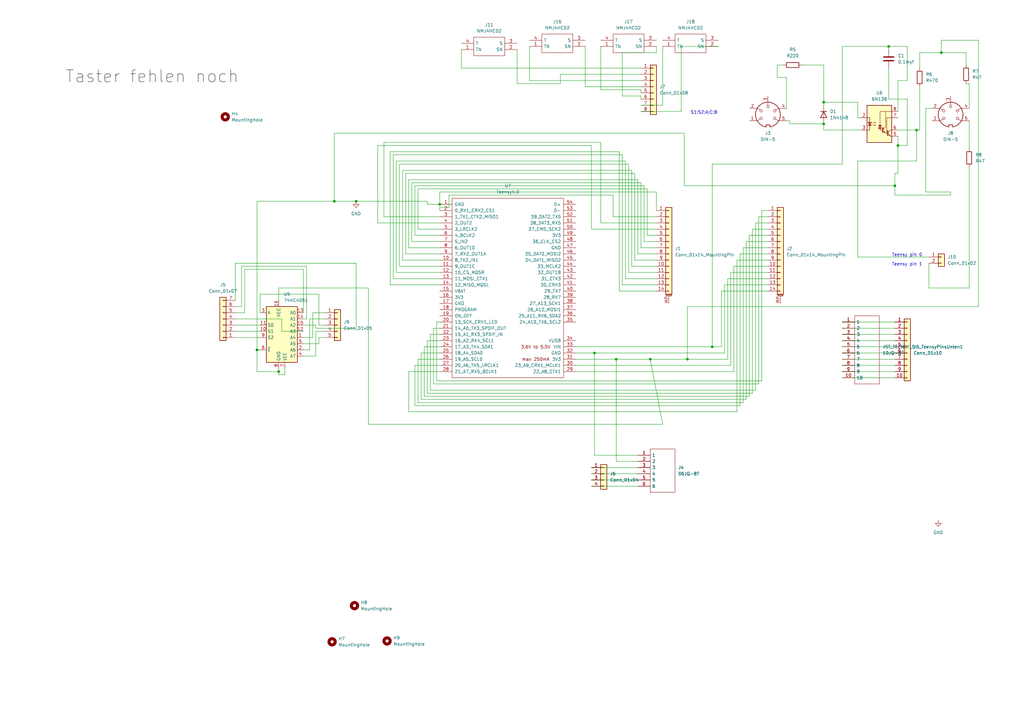
<source format=kicad_sch>
(kicad_sch (version 20211123) (generator eeschema)
  (paper "A3")
  (lib_symbols
    (symbol "06JQ-BT:06JQ-BT" (pin_names (offset 0.762))
      (property "Reference" "J" (at 16.51 7.62 0))
      (property "Value" "06JQ-BT" (at 16.51 5.08 0))
      (symbol "06JQ-BT_0_0"
        (pin passive line (at 0 0 0) (length 5.08) (name "1") (number "1"))
        (pin passive line (at 0 -2.54 0) (length 5.08) (name "2") (number "2"))
        (pin passive line (at 0 -5.08 0) (length 5.08) (name "3") (number "3"))
        (pin passive line (at 0 -7.62 0) (length 5.08) (name "4") (number "4"))
        (pin passive line (at 0 -10.16 0) (length 5.08) (name "5") (number "5"))
        (pin passive line (at 0 -12.7 0) (length 5.08) (name "6") (number "6"))
      )
      (symbol "06JQ-BT_0_1"
        (polyline (pts (xy 5.08 2.54) (xy 15.24 2.54) (xy 15.24 -15.24) (xy 5.08 -15.24) (xy 5.08 2.54)) (stroke (width 0.1524)))
      )
    )
    (symbol "10JQ-BT:10JQ-BT" (pin_names (offset 0.762))
      (property "Reference" "J" (at 16.51 7.62 0))
      (property "Value" "10JQ-BT" (at 16.51 5.08 0))
      (symbol "10JQ-BT_0_0"
        (pin passive line (at 0 0 0) (length 5.08) (name "1") (number "1"))
        (pin passive line (at 0 -22.86 0) (length 5.08) (name "10") (number "10"))
        (pin passive line (at 0 -2.54 0) (length 5.08) (name "2") (number "2"))
        (pin passive line (at 0 -5.08 0) (length 5.08) (name "3") (number "3"))
        (pin passive line (at 0 -7.62 0) (length 5.08) (name "4") (number "4"))
        (pin passive line (at 0 -10.16 0) (length 5.08) (name "5") (number "5"))
        (pin passive line (at 0 -12.7 0) (length 5.08) (name "6") (number "6"))
        (pin passive line (at 0 -15.24 0) (length 5.08) (name "7") (number "7"))
        (pin passive line (at 0 -17.78 0) (length 5.08) (name "8") (number "8"))
        (pin passive line (at 0 -20.32 0) (length 5.08) (name "9") (number "9"))
      )
      (symbol "10JQ-BT_0_1"
        (polyline (pts (xy 5.08 2.54) (xy 15.24 2.54) (xy 15.24 -25.4) (xy 5.08 -25.4) (xy 5.08 2.54)) (stroke (width 0.1524)))
      )
    )
    (symbol "74xx:74HC4051"
      (property "Reference" "U" (at -5.08 11.43 0))
      (property "Value" "74HC4051" (at -7.62 -13.97 0))
      (symbol "74HC4051_0_1"
        (rectangle (start -5.08 10.16) (end 7.62 -12.7) (stroke (width 0.254)) (fill (type background)))
      )
      (symbol "74HC4051_1_1"
        (pin passive line (at 10.16 -2.54 180) (length 2.54) (name "A4") (number "1"))
        (pin input line (at -7.62 0 0) (length 2.54) (name "S1") (number "10"))
        (pin input line (at -7.62 2.54 0) (length 2.54) (name "S0") (number "11"))
        (pin passive line (at 10.16 0 180) (length 2.54) (name "A3") (number "12"))
        (pin passive line (at 10.16 7.62 180) (length 2.54) (name "A0") (number "13"))
        (pin passive line (at 10.16 5.08 180) (length 2.54) (name "A1") (number "14"))
        (pin passive line (at 10.16 2.54 180) (length 2.54) (name "A2") (number "15"))
        (pin power_in line (at 0 12.7 270) (length 2.54) (name "VCC") (number "16"))
        (pin passive line (at 10.16 -7.62 180) (length 2.54) (name "A6") (number "2"))
        (pin passive line (at -7.62 7.62 0) (length 2.54) (name "A") (number "3"))
        (pin passive line (at 10.16 -10.16 180) (length 2.54) (name "A7") (number "4"))
        (pin passive line (at 10.16 -5.08 180) (length 2.54) (name "A5") (number "5"))
        (pin input line (at -7.62 -7.62 0) (length 2.54) (name "~{E}") (number "6"))
        (pin power_in line (at 2.54 -15.24 90) (length 2.54) (name "VEE") (number "7"))
        (pin power_in line (at 0 -15.24 90) (length 2.54) (name "GND") (number "8"))
        (pin input line (at -7.62 -2.54 0) (length 2.54) (name "S2") (number "9"))
      )
    )
    (symbol "Connector:DIN-5" (pin_names (offset 1.016))
      (property "Reference" "J" (at 3.175 5.715 0))
      (property "Value" "DIN-5" (at 0 -6.35 0))
      (symbol "DIN-5_0_1"
        (arc (start -5.08 0) (mid -3.8609 -3.3364) (end -0.762 -5.08) (stroke (width 0.254)))
        (circle (center -2.794 -1.524) (radius 0.508))
        (circle (center -2.794 1.524) (radius 0.508))
        (polyline (pts (xy 0 5.08) (xy 0 3.81)))
        (polyline (pts (xy -5.08 -2.54) (xy -4.318 -2.54) (xy -3.175 -1.905)))
        (polyline (pts (xy -5.08 2.54) (xy -4.318 2.54) (xy -3.175 1.905)))
        (polyline (pts (xy 5.08 -2.54) (xy 4.318 -2.54) (xy 3.175 -1.905)))
        (polyline (pts (xy 5.08 2.54) (xy 4.318 2.54) (xy 3.175 1.905)))
        (polyline (pts (xy -0.762 -4.953) (xy -0.762 -4.191) (xy 0.762 -4.191) (xy 0.762 -4.953)) (stroke (width 0.254)))
        (circle (center 0 3.302) (radius 0.508))
        (arc (start 0.762 -5.08) (mid 3.8685 -3.343) (end 5.08 0) (stroke (width 0.254)))
        (circle (center 2.794 -1.524) (radius 0.508))
        (circle (center 2.794 1.524) (radius 0.508))
        (arc (start 5.08 0) (mid 0 5.08) (end -5.08 0) (stroke (width 0.254)))
      )
      (symbol "DIN-5_1_1"
        (pin passive line (at -7.62 -2.54 0) (length 2.54) (name "~") (number "1"))
        (pin passive line (at -7.62 2.54 0) (length 2.54) (name "~") (number "2"))
        (pin passive line (at 0 7.62 270) (length 2.54) (name "~") (number "3"))
        (pin passive line (at 7.62 2.54 180) (length 2.54) (name "~") (number "4"))
        (pin passive line (at 7.62 -2.54 180) (length 2.54) (name "~") (number "5"))
      )
    )
    (symbol "Connector_Generic:Conn_01x02" (pin_names (offset 1.016) hide)
      (property "Reference" "J" (at 0 2.54 0))
      (property "Value" "Conn_01x02" (at 0 -5.08 0))
      (symbol "Conn_01x02_1_1"
        (rectangle (start -1.27 -2.413) (end 0 -2.667) (stroke (width 0.1524)))
        (rectangle (start -1.27 0.127) (end 0 -0.127) (stroke (width 0.1524)))
        (rectangle (start -1.27 1.27) (end 1.27 -3.81) (stroke (width 0.254)) (fill (type background)))
        (pin passive line (at -5.08 0 0) (length 3.81) (name "Pin_1") (number "1"))
        (pin passive line (at -5.08 -2.54 0) (length 3.81) (name "Pin_2") (number "2"))
      )
    )
    (symbol "Connector_Generic:Conn_01x04" (pin_names (offset 1.016) hide)
      (property "Reference" "J" (at 0 5.08 0))
      (property "Value" "Conn_01x04" (at 0 -7.62 0))
      (symbol "Conn_01x04_1_1"
        (rectangle (start -1.27 -4.953) (end 0 -5.207) (stroke (width 0.1524)))
        (rectangle (start -1.27 -2.413) (end 0 -2.667) (stroke (width 0.1524)))
        (rectangle (start -1.27 0.127) (end 0 -0.127) (stroke (width 0.1524)))
        (rectangle (start -1.27 2.667) (end 0 2.413) (stroke (width 0.1524)))
        (rectangle (start -1.27 3.81) (end 1.27 -6.35) (stroke (width 0.254)) (fill (type background)))
        (pin passive line (at -5.08 2.54 0) (length 3.81) (name "Pin_1") (number "1"))
        (pin passive line (at -5.08 0 0) (length 3.81) (name "Pin_2") (number "2"))
        (pin passive line (at -5.08 -2.54 0) (length 3.81) (name "Pin_3") (number "3"))
        (pin passive line (at -5.08 -5.08 0) (length 3.81) (name "Pin_4") (number "4"))
      )
    )
    (symbol "Connector_Generic:Conn_01x05" (pin_names (offset 1.016) hide)
      (property "Reference" "J" (at 0 7.62 0))
      (property "Value" "Conn_01x05" (at 0 -7.62 0))
      (symbol "Conn_01x05_1_1"
        (rectangle (start -1.27 -4.953) (end 0 -5.207) (stroke (width 0.1524)))
        (rectangle (start -1.27 -2.413) (end 0 -2.667) (stroke (width 0.1524)))
        (rectangle (start -1.27 0.127) (end 0 -0.127) (stroke (width 0.1524)))
        (rectangle (start -1.27 2.667) (end 0 2.413) (stroke (width 0.1524)))
        (rectangle (start -1.27 5.207) (end 0 4.953) (stroke (width 0.1524)))
        (rectangle (start -1.27 6.35) (end 1.27 -6.35) (stroke (width 0.254)) (fill (type background)))
        (pin passive line (at -5.08 5.08 0) (length 3.81) (name "Pin_1") (number "1"))
        (pin passive line (at -5.08 2.54 0) (length 3.81) (name "Pin_2") (number "2"))
        (pin passive line (at -5.08 0 0) (length 3.81) (name "Pin_3") (number "3"))
        (pin passive line (at -5.08 -2.54 0) (length 3.81) (name "Pin_4") (number "4"))
        (pin passive line (at -5.08 -5.08 0) (length 3.81) (name "Pin_5") (number "5"))
      )
    )
    (symbol "Connector_Generic:Conn_01x07" (pin_names (offset 1.016) hide)
      (property "Reference" "J" (at 0 10.16 0))
      (property "Value" "Conn_01x07" (at 0 -10.16 0))
      (symbol "Conn_01x07_1_1"
        (rectangle (start -1.27 -7.493) (end 0 -7.747) (stroke (width 0.1524)))
        (rectangle (start -1.27 -4.953) (end 0 -5.207) (stroke (width 0.1524)))
        (rectangle (start -1.27 -2.413) (end 0 -2.667) (stroke (width 0.1524)))
        (rectangle (start -1.27 0.127) (end 0 -0.127) (stroke (width 0.1524)))
        (rectangle (start -1.27 2.667) (end 0 2.413) (stroke (width 0.1524)))
        (rectangle (start -1.27 5.207) (end 0 4.953) (stroke (width 0.1524)))
        (rectangle (start -1.27 7.747) (end 0 7.493) (stroke (width 0.1524)))
        (rectangle (start -1.27 8.89) (end 1.27 -8.89) (stroke (width 0.254)) (fill (type background)))
        (pin passive line (at -5.08 7.62 0) (length 3.81) (name "Pin_1") (number "1"))
        (pin passive line (at -5.08 5.08 0) (length 3.81) (name "Pin_2") (number "2"))
        (pin passive line (at -5.08 2.54 0) (length 3.81) (name "Pin_3") (number "3"))
        (pin passive line (at -5.08 0 0) (length 3.81) (name "Pin_4") (number "4"))
        (pin passive line (at -5.08 -2.54 0) (length 3.81) (name "Pin_5") (number "5"))
        (pin passive line (at -5.08 -5.08 0) (length 3.81) (name "Pin_6") (number "6"))
        (pin passive line (at -5.08 -7.62 0) (length 3.81) (name "Pin_7") (number "7"))
      )
    )
    (symbol "Connector_Generic:Conn_01x08" (pin_names (offset 1.016) hide)
      (property "Reference" "J" (at 0 10.16 0))
      (property "Value" "Conn_01x08" (at 0 -12.7 0))
      (symbol "Conn_01x08_1_1"
        (rectangle (start -1.27 -10.033) (end 0 -10.287) (stroke (width 0.1524)))
        (rectangle (start -1.27 -7.493) (end 0 -7.747) (stroke (width 0.1524)))
        (rectangle (start -1.27 -4.953) (end 0 -5.207) (stroke (width 0.1524)))
        (rectangle (start -1.27 -2.413) (end 0 -2.667) (stroke (width 0.1524)))
        (rectangle (start -1.27 0.127) (end 0 -0.127) (stroke (width 0.1524)))
        (rectangle (start -1.27 2.667) (end 0 2.413) (stroke (width 0.1524)))
        (rectangle (start -1.27 5.207) (end 0 4.953) (stroke (width 0.1524)))
        (rectangle (start -1.27 7.747) (end 0 7.493) (stroke (width 0.1524)))
        (rectangle (start -1.27 8.89) (end 1.27 -11.43) (stroke (width 0.254)) (fill (type background)))
        (pin passive line (at -5.08 7.62 0) (length 3.81) (name "Pin_1") (number "1"))
        (pin passive line (at -5.08 5.08 0) (length 3.81) (name "Pin_2") (number "2"))
        (pin passive line (at -5.08 2.54 0) (length 3.81) (name "Pin_3") (number "3"))
        (pin passive line (at -5.08 0 0) (length 3.81) (name "Pin_4") (number "4"))
        (pin passive line (at -5.08 -2.54 0) (length 3.81) (name "Pin_5") (number "5"))
        (pin passive line (at -5.08 -5.08 0) (length 3.81) (name "Pin_6") (number "6"))
        (pin passive line (at -5.08 -7.62 0) (length 3.81) (name "Pin_7") (number "7"))
        (pin passive line (at -5.08 -10.16 0) (length 3.81) (name "Pin_8") (number "8"))
      )
    )
    (symbol "Connector_Generic:Conn_01x10" (pin_names (offset 1.016) hide)
      (property "Reference" "J" (at 0 12.7 0))
      (property "Value" "Conn_01x10" (at 0 -15.24 0))
      (symbol "Conn_01x10_1_1"
        (rectangle (start -1.27 -12.573) (end 0 -12.827) (stroke (width 0.1524)))
        (rectangle (start -1.27 -10.033) (end 0 -10.287) (stroke (width 0.1524)))
        (rectangle (start -1.27 -7.493) (end 0 -7.747) (stroke (width 0.1524)))
        (rectangle (start -1.27 -4.953) (end 0 -5.207) (stroke (width 0.1524)))
        (rectangle (start -1.27 -2.413) (end 0 -2.667) (stroke (width 0.1524)))
        (rectangle (start -1.27 0.127) (end 0 -0.127) (stroke (width 0.1524)))
        (rectangle (start -1.27 2.667) (end 0 2.413) (stroke (width 0.1524)))
        (rectangle (start -1.27 5.207) (end 0 4.953) (stroke (width 0.1524)))
        (rectangle (start -1.27 7.747) (end 0 7.493) (stroke (width 0.1524)))
        (rectangle (start -1.27 10.287) (end 0 10.033) (stroke (width 0.1524)))
        (rectangle (start -1.27 11.43) (end 1.27 -13.97) (stroke (width 0.254)) (fill (type background)))
        (pin passive line (at -5.08 10.16 0) (length 3.81) (name "Pin_1") (number "1"))
        (pin passive line (at -5.08 -12.7 0) (length 3.81) (name "Pin_10") (number "10"))
        (pin passive line (at -5.08 7.62 0) (length 3.81) (name "Pin_2") (number "2"))
        (pin passive line (at -5.08 5.08 0) (length 3.81) (name "Pin_3") (number "3"))
        (pin passive line (at -5.08 2.54 0) (length 3.81) (name "Pin_4") (number "4"))
        (pin passive line (at -5.08 0 0) (length 3.81) (name "Pin_5") (number "5"))
        (pin passive line (at -5.08 -2.54 0) (length 3.81) (name "Pin_6") (number "6"))
        (pin passive line (at -5.08 -5.08 0) (length 3.81) (name "Pin_7") (number "7"))
        (pin passive line (at -5.08 -7.62 0) (length 3.81) (name "Pin_8") (number "8"))
        (pin passive line (at -5.08 -10.16 0) (length 3.81) (name "Pin_9") (number "9"))
      )
    )
    (symbol "Connector_Generic_MountingPin:Conn_01x14_MountingPin" (pin_names (offset 1.016) hide)
      (property "Reference" "J" (at 0 17.78 0))
      (property "Value" "Conn_01x14_MountingPin" (at 1.27 -20.32 0))
      (symbol "Conn_01x14_MountingPin_1_1"
        (rectangle (start -1.27 -17.653) (end 0 -17.907) (stroke (width 0.1524)))
        (rectangle (start -1.27 -15.113) (end 0 -15.367) (stroke (width 0.1524)))
        (rectangle (start -1.27 -12.573) (end 0 -12.827) (stroke (width 0.1524)))
        (rectangle (start -1.27 -10.033) (end 0 -10.287) (stroke (width 0.1524)))
        (rectangle (start -1.27 -7.493) (end 0 -7.747) (stroke (width 0.1524)))
        (rectangle (start -1.27 -4.953) (end 0 -5.207) (stroke (width 0.1524)))
        (rectangle (start -1.27 -2.413) (end 0 -2.667) (stroke (width 0.1524)))
        (rectangle (start -1.27 0.127) (end 0 -0.127) (stroke (width 0.1524)))
        (rectangle (start -1.27 2.667) (end 0 2.413) (stroke (width 0.1524)))
        (rectangle (start -1.27 5.207) (end 0 4.953) (stroke (width 0.1524)))
        (rectangle (start -1.27 7.747) (end 0 7.493) (stroke (width 0.1524)))
        (rectangle (start -1.27 10.287) (end 0 10.033) (stroke (width 0.1524)))
        (rectangle (start -1.27 12.827) (end 0 12.573) (stroke (width 0.1524)))
        (rectangle (start -1.27 15.367) (end 0 15.113) (stroke (width 0.1524)))
        (rectangle (start -1.27 16.51) (end 1.27 -19.05) (stroke (width 0.254)) (fill (type background)))
        (polyline (pts (xy -1.016 -19.812) (xy 1.016 -19.812)) (stroke (width 0.1524)))
        (text "Mounting" (at 0 -19.431 0) (effects (font (size 0.381 0.381))))
        (pin passive line (at -5.08 15.24 0) (length 3.81) (name "Pin_1") (number "1"))
        (pin passive line (at -5.08 -7.62 0) (length 3.81) (name "Pin_10") (number "10"))
        (pin passive line (at -5.08 -10.16 0) (length 3.81) (name "Pin_11") (number "11"))
        (pin passive line (at -5.08 -12.7 0) (length 3.81) (name "Pin_12") (number "12"))
        (pin passive line (at -5.08 -15.24 0) (length 3.81) (name "Pin_13") (number "13"))
        (pin passive line (at -5.08 -17.78 0) (length 3.81) (name "Pin_14") (number "14"))
        (pin passive line (at -5.08 12.7 0) (length 3.81) (name "Pin_2") (number "2"))
        (pin passive line (at -5.08 10.16 0) (length 3.81) (name "Pin_3") (number "3"))
        (pin passive line (at -5.08 7.62 0) (length 3.81) (name "Pin_4") (number "4"))
        (pin passive line (at -5.08 5.08 0) (length 3.81) (name "Pin_5") (number "5"))
        (pin passive line (at -5.08 2.54 0) (length 3.81) (name "Pin_6") (number "6"))
        (pin passive line (at -5.08 0 0) (length 3.81) (name "Pin_7") (number "7"))
        (pin passive line (at -5.08 -2.54 0) (length 3.81) (name "Pin_8") (number "8"))
        (pin passive line (at -5.08 -5.08 0) (length 3.81) (name "Pin_9") (number "9"))
        (pin passive line (at 0 -22.86 90) (length 3.048) (name "MountPin") (number "MP"))
      )
    )
    (symbol "Device:C" (pin_numbers hide) (pin_names (offset 0.254))
      (property "Reference" "C" (at 0.635 2.54 0))
      (property "Value" "C" (at 0.635 -2.54 0))
      (symbol "C_0_1"
        (polyline (pts (xy -2.032 -0.762) (xy 2.032 -0.762)) (stroke (width 0.508)))
        (polyline (pts (xy -2.032 0.762) (xy 2.032 0.762)) (stroke (width 0.508)))
      )
      (symbol "C_1_1"
        (pin passive line (at 0 3.81 270) (length 2.794) (name "~") (number "1"))
        (pin passive line (at 0 -3.81 90) (length 2.794) (name "~") (number "2"))
      )
    )
    (symbol "Device:R" (pin_numbers hide) (pin_names (offset 0))
      (property "Reference" "R" (at 2.032 0 90))
      (property "Value" "R" (at 0 0 90))
      (symbol "R_0_1"
        (rectangle (start -1.016 -2.54) (end 1.016 2.54) (stroke (width 0.254)))
      )
      (symbol "R_1_1"
        (pin passive line (at 0 3.81 270) (length 1.27) (name "~") (number "1"))
        (pin passive line (at 0 -3.81 90) (length 1.27) (name "~") (number "2"))
      )
    )
    (symbol "Diode:1N4148" (pin_numbers hide) (pin_names (offset 1.016) hide)
      (property "Reference" "D" (at 0 2.54 0))
      (property "Value" "1N4148" (at 0 -2.54 0))
      (symbol "1N4148_0_1"
        (polyline (pts (xy -1.27 1.27) (xy -1.27 -1.27)) (stroke (width 0.254)))
        (polyline (pts (xy 1.27 0) (xy -1.27 0)))
        (polyline (pts (xy 1.27 1.27) (xy 1.27 -1.27) (xy -1.27 0) (xy 1.27 1.27)) (stroke (width 0.254)))
      )
      (symbol "1N4148_1_1"
        (pin passive line (at -3.81 0 0) (length 2.54) (name "K") (number "1"))
        (pin passive line (at 3.81 0 180) (length 2.54) (name "A") (number "2"))
      )
    )
    (symbol "Isolator:6N138" (pin_names (offset 1.016) hide)
      (property "Reference" "U" (at -4.064 8.89 0))
      (property "Value" "6N138" (at 2.286 8.89 0))
      (symbol "6N138_0_1"
        (rectangle (start -5.08 7.62) (end 5.08 -7.62) (stroke (width 0.254)) (fill (type background)))
        (polyline (pts (xy -4.572 -0.635) (xy -3.302 -0.635)) (stroke (width 0.254)))
        (polyline (pts (xy 0.889 -0.635) (xy -0.381 -0.635)) (stroke (width 0.254)))
        (polyline (pts (xy 1.397 -2.667) (xy 2.54 -3.81)))
        (polyline (pts (xy 1.397 -2.413) (xy 2.54 -1.27)))
        (polyline (pts (xy 2.54 -3.81) (xy 3.175 -3.81)))
        (polyline (pts (xy 3.429 -3.937) (xy 4.572 -5.08)))
        (polyline (pts (xy 3.429 -3.683) (xy 4.572 -2.54)))
        (polyline (pts (xy 4.572 -5.08) (xy 5.08 -5.08)))
        (polyline (pts (xy 4.572 -2.54) (xy 5.08 -2.54)))
        (polyline (pts (xy 1.397 -1.524) (xy 1.397 -3.556) (xy 1.397 -3.556)) (stroke (width 0.3556)))
        (polyline (pts (xy 2.54 -1.27) (xy 2.54 5.08) (xy 5.08 5.08)))
        (polyline (pts (xy 3.429 -2.794) (xy 3.429 -4.826) (xy 3.429 -4.826)) (stroke (width 0.3556)))
        (polyline (pts (xy 5.08 2.54) (xy 3.048 2.54) (xy 3.048 -3.81)))
        (polyline (pts (xy -5.08 -2.54) (xy -3.937 -2.54) (xy -3.937 2.54) (xy -5.08 2.54)))
        (polyline (pts (xy -3.937 -0.635) (xy -4.572 0.635) (xy -3.302 0.635) (xy -3.937 -0.635)) (stroke (width 0.254)))
        (polyline (pts (xy 0.254 -0.635) (xy 0.889 -1.905) (xy -0.381 -1.905) (xy 0.254 -0.635)) (stroke (width 0.254)))
        (polyline (pts (xy 1.27 -2.54) (xy 0.254 -2.54) (xy 0.254 5.08) (xy 2.54 5.08)))
        (polyline (pts (xy 2.413 -3.683) (xy 2.159 -3.175) (xy 1.905 -3.429) (xy 2.413 -3.683)))
        (polyline (pts (xy 4.445 -4.953) (xy 4.191 -4.445) (xy 3.937 -4.699) (xy 4.445 -4.953)))
        (polyline (pts (xy -2.794 -0.508) (xy -1.524 -0.508) (xy -1.905 -0.635) (xy -1.905 -0.381) (xy -1.524 -0.508)))
        (polyline (pts (xy -2.794 0.508) (xy -1.524 0.508) (xy -1.905 0.381) (xy -1.905 0.635) (xy -1.524 0.508)))
      )
      (symbol "6N138_1_1"
        (pin no_connect line (at -5.08 5.08 0) (length 2.54) hide (name "NC") (number "1"))
        (pin passive line (at -7.62 2.54 0) (length 2.54) (name "C1") (number "2"))
        (pin passive line (at -7.62 -2.54 0) (length 2.54) (name "C2") (number "3"))
        (pin no_connect line (at -5.08 -5.08 0) (length 2.54) hide (name "NC") (number "4"))
        (pin passive line (at 7.62 -5.08 180) (length 2.54) (name "GND") (number "5"))
        (pin passive line (at 7.62 -2.54 180) (length 2.54) (name "VO2") (number "6"))
        (pin passive line (at 7.62 2.54 180) (length 2.54) (name "VO1") (number "7"))
        (pin passive line (at 7.62 5.08 180) (length 2.54) (name "VCC") (number "8"))
      )
    )
    (symbol "Mechanical:MountingHole" (pin_names (offset 1.016))
      (property "Reference" "H" (at 0 5.08 0))
      (property "Value" "MountingHole" (at 0 3.175 0))
      (symbol "MountingHole_0_1"
        (circle (center 0 0) (radius 1.27) (stroke (width 1.27)))
      )
    )
    (symbol "SamacSys_Parts:NMJ4HCD2" (pin_names (offset 0.762))
      (property "Reference" "J" (at 19.05 7.62 0))
      (property "Value" "NMJ4HCD2" (at 19.05 5.08 0))
      (symbol "NMJ4HCD2_0_0"
        (pin passive line (at 0 -2.54 0) (length 5.08) (name "TN") (number "1"))
        (pin passive line (at 22.86 -2.54 180) (length 5.08) (name "SN") (number "2"))
        (pin passive line (at 22.86 0 180) (length 5.08) (name "S") (number "3"))
        (pin passive line (at 0 0 0) (length 5.08) (name "T") (number "4"))
      )
      (symbol "NMJ4HCD2_0_1"
        (polyline (pts (xy 5.08 2.54) (xy 17.78 2.54) (xy 17.78 -5.08) (xy 5.08 -5.08) (xy 5.08 2.54)) (stroke (width 0.1524)))
      )
    )
    (symbol "power:GND" (power) (pin_names (offset 0))
      (property "Value" "GND" (at 0 -3.81 0))
      (symbol "GND_0_1"
        (polyline (pts (xy 0 0) (xy 0 -1.27) (xy 1.27 -1.27) (xy 0 -2.54) (xy -1.27 -1.27) (xy 0 -1.27)))
      )
      (symbol "GND_1_1"
        (pin power_in line (at 0 0 270) (length 0) hide (name "GND") (number "1"))
      )
    )
    (symbol "teensy:Teensy4.0" (pin_names (offset 1.016))
      (property "Reference" "U=3.3v" (at 0 41.91 0))
      (property "Value" "Teensy4.0" (at 0 39.37 0))
      (symbol "Teensy4.0_0_0"
        (text "3.6V to 5.5V" (at 11.43 -24.13 0) (effects (font (size 1.27 1.27))))
        (text "max 250mA" (at 11.43 -29.21 0) (effects (font (size 1.27 1.27))))
        (pin bidirectional line (at -27.94 11.43 0) (length 5.08) (name "8_TX2_IN1") (number "10"))
        (pin bidirectional line (at -27.94 8.89 0) (length 5.08) (name "9_OUT1C") (number "11"))
        (pin bidirectional line (at -27.94 6.35 0) (length 5.08) (name "10_CS_MQSR") (number "12"))
        (pin bidirectional line (at -27.94 3.81 0) (length 5.08) (name "11_MOSI_CTX1") (number "13"))
        (pin bidirectional line (at -27.94 1.27 0) (length 5.08) (name "12_MISO_MQSL") (number "14"))
        (pin power_in line (at -27.94 -1.27 0) (length 5.08) (name "VBAT") (number "15"))
        (pin power_in line (at -27.94 -3.81 0) (length 5.08) (name "3V3") (number "16"))
        (pin power_in line (at -27.94 -6.35 0) (length 5.08) (name "GND") (number "17"))
        (pin input line (at -27.94 -8.89 0) (length 5.08) (name "PROGRAM") (number "18"))
        (pin input line (at -27.94 -11.43 0) (length 5.08) (name "ON_OFF") (number "19"))
        (pin bidirectional line (at -27.94 -13.97 0) (length 5.08) (name "13_SCK_CRX1_LED") (number "20"))
        (pin bidirectional line (at -27.94 -16.51 0) (length 5.08) (name "14_A0_TX3_SPDIF_OUT") (number "21"))
        (pin bidirectional line (at -27.94 -19.05 0) (length 5.08) (name "15_A1_RX3_SPDIF_IN") (number "22"))
        (pin bidirectional line (at -27.94 -21.59 0) (length 5.08) (name "16_A2_RX4_SCL1") (number "23"))
        (pin bidirectional line (at -27.94 -24.13 0) (length 5.08) (name "17_A3_TX4_SDA1") (number "24"))
        (pin bidirectional line (at -27.94 -26.67 0) (length 5.08) (name "18_A4_SDA0") (number "25"))
        (pin bidirectional line (at -27.94 -29.21 0) (length 5.08) (name "19_A5_SCL0") (number "26"))
        (pin bidirectional line (at -27.94 -31.75 0) (length 5.08) (name "20_A6_TX5_LRCLK1") (number "27"))
        (pin bidirectional line (at -27.94 -34.29 0) (length 5.08) (name "21_A7_RX5_BCLK1") (number "28"))
        (pin bidirectional line (at 27.94 -34.29 180) (length 5.08) (name "22_A8_CTX1") (number "29"))
        (pin bidirectional line (at 27.94 -31.75 180) (length 5.08) (name "23_A9_CRX1_MCLK1") (number "30"))
        (pin power_out line (at 27.94 -29.21 180) (length 5.08) (name "3V3") (number "31"))
        (pin power_in line (at 27.94 -26.67 180) (length 5.08) (name "GND") (number "32"))
        (pin power_in line (at 27.94 -24.13 180) (length 5.08) (name "VIN") (number "33"))
        (pin power_out line (at 27.94 -21.59 180) (length 5.08) (name "VUSB") (number "34"))
        (pin bidirectional line (at 27.94 -13.97 180) (length 5.08) (name "24_A10_TX6_SCL2") (number "35"))
        (pin bidirectional line (at 27.94 -11.43 180) (length 5.08) (name "25_A11_RX6_SDA2") (number "36"))
        (pin bidirectional line (at 27.94 -8.89 180) (length 5.08) (name "26_A12_MOSI1") (number "37"))
        (pin bidirectional line (at 27.94 -6.35 180) (length 5.08) (name "27_A13_SCK1") (number "38"))
        (pin bidirectional line (at 27.94 -3.81 180) (length 5.08) (name "28_RX7") (number "39"))
        (pin bidirectional line (at 27.94 -1.27 180) (length 5.08) (name "29_TX7") (number "40"))
        (pin bidirectional line (at 27.94 1.27 180) (length 5.08) (name "30_CRX3") (number "41"))
        (pin bidirectional line (at 27.94 3.81 180) (length 5.08) (name "31_CTX3") (number "42"))
        (pin bidirectional line (at 27.94 6.35 180) (length 5.08) (name "32_OUT1B") (number "43"))
        (pin bidirectional line (at 27.94 8.89 180) (length 5.08) (name "33_MCLK2") (number "44"))
        (pin bidirectional line (at 27.94 11.43 180) (length 5.08) (name "34_DAT1_MISO2") (number "45"))
        (pin bidirectional line (at 27.94 13.97 180) (length 5.08) (name "35_DAT0_MOSI2") (number "46"))
        (pin power_out line (at 27.94 16.51 180) (length 5.08) (name "GND") (number "47"))
        (pin bidirectional line (at 27.94 19.05 180) (length 5.08) (name "36_CLK_CS2") (number "48"))
        (pin power_out line (at 27.94 21.59 180) (length 5.08) (name "3V3") (number "49"))
        (pin bidirectional line (at -27.94 24.13 0) (length 5.08) (name "3_LRCLK2") (number "5"))
        (pin bidirectional line (at 27.94 24.13 180) (length 5.08) (name "37_CMD_SCK2") (number "50"))
        (pin bidirectional line (at 27.94 26.67 180) (length 5.08) (name "38_DAT3_RX5") (number "51"))
        (pin bidirectional line (at 27.94 29.21 180) (length 5.08) (name "39_DAT2_TX5") (number "52"))
        (pin bidirectional line (at 27.94 31.75 180) (length 5.08) (name "D-") (number "53"))
        (pin bidirectional line (at 27.94 34.29 180) (length 5.08) (name "D+") (number "54"))
        (pin bidirectional line (at -27.94 21.59 0) (length 5.08) (name "4_BCLK2") (number "6"))
        (pin bidirectional line (at -27.94 19.05 0) (length 5.08) (name "5_IN2") (number "7"))
        (pin bidirectional line (at -27.94 16.51 0) (length 5.08) (name "6_OUT1D") (number "8"))
        (pin bidirectional line (at -27.94 13.97 0) (length 5.08) (name "7_RX2_OUT1A") (number "9"))
      )
      (symbol "Teensy4.0_0_1"
        (rectangle (start -22.86 36.83) (end 22.86 -36.83))
        (rectangle (start -20.32 -31.75) (end -20.32 -31.75))
      )
      (symbol "Teensy4.0_1_1"
        (pin power_in line (at -27.94 34.29 0) (length 5.08) (name "GND") (number "1"))
        (pin bidirectional line (at -27.94 31.75 0) (length 5.08) (name "0_RX1_CRX2_CS1") (number "2"))
        (pin bidirectional line (at -27.94 29.21 0) (length 5.08) (name "1_TX1_CTX2_MISO1") (number "3"))
        (pin bidirectional line (at -27.94 26.67 0) (length 5.08) (name "2_OUT2") (number "4"))
      )
    )
  )
  (junction (at 281.94 147.32))
  (junction (at 337.82 50.8))
  (junction (at 367.03 76.2))
  (junction (at 105.41 143.51))
  (junction (at 252.73 147.32))
  (junction (at 180.34 83.82))
  (junction (at 266.7 147.32))
  (junction (at 364.49 19.05))
  (junction (at 337.82 41.91))
  (junction (at 114.3 152.4))
  (junction (at 137.16 82.55))
  (junction (at 368.3 59.69))
  (junction (at 292.1 142.24))
  (junction (at 146.05 82.55))
  (junction (at 243.84 144.78))
  (junction (at 375.92 53.34))
  (junction (at 386.08 21.59))
  (wire (pts (xy 279.4 19.05) (xy 279.4 45.72)))
  (wire (pts (xy 345.44 67.31) (xy 292.1 67.31)))
  (wire (pts (xy 314.96 91.44) (xy 309.88 91.44)))
  (wire (pts (xy 345.44 137.16) (xy 367.03 137.16)))
  (wire (pts (xy 401.32 16.51) (xy 401.32 125.73)))
  (wire (pts (xy 180.34 139.7) (xy 175.26 139.7)))
  (wire (pts (xy 314.96 114.3) (xy 298.45 114.3)))
  (wire (pts (xy 124.46 140.97) (xy 130.81 140.97)))
  (wire (pts (xy 309.88 160.02) (xy 176.53 160.02)))
  (wire (pts (xy 114.3 123.19) (xy 114.3 118.11)))
  (wire (pts (xy 269.24 119.38) (xy 254 119.38)))
  (wire (pts (xy 96.52 130.81) (xy 115.57 130.81)))
  (wire (pts (xy 130.81 138.43) (xy 133.35 138.43)))
  (wire (pts (xy 318.77 26.67) (xy 321.31 26.67)))
  (wire (pts (xy 265.43 77.47) (xy 171.45 77.47)))
  (wire (pts (xy 129.54 133.35) (xy 124.46 133.35)))
  (wire (pts (xy 189.23 20.32) (xy 189.23 27.94)))
  (wire (pts (xy 314.96 111.76) (xy 299.72 111.76)))
  (wire (pts (xy 345.44 149.86) (xy 367.03 149.86)))
  (wire (pts (xy 271.78 173.99) (xy 266.7 147.32)))
  (wire (pts (xy 229.87 30.48) (xy 262.89 30.48)))
  (wire (pts (xy 279.4 45.72) (xy 262.89 45.72)))
  (wire (pts (xy 314.96 88.9) (xy 311.15 88.9)))
  (wire (pts (xy 375.92 53.34) (xy 377.19 53.34)))
  (wire (pts (xy 351.79 105.41) (xy 381 105.41)))
  (wire (pts (xy 114.3 152.4) (xy 114.3 153.67)))
  (wire (pts (xy 180.34 104.14) (xy 166.37 104.14)))
  (wire (pts (xy 171.45 147.32) (xy 180.34 147.32)))
  (wire (pts (xy 114.3 151.13) (xy 114.3 152.4)))
  (wire (pts (xy 269.24 116.84) (xy 255.27 116.84)))
  (wire (pts (xy 180.34 99.06) (xy 168.91 99.06)))
  (wire (pts (xy 130.81 120.65) (xy 130.81 133.35)))
  (wire (pts (xy 323.85 50.8) (xy 323.85 49.53)))
  (wire (pts (xy 96.52 135.89) (xy 106.68 135.89)))
  (wire (pts (xy 137.16 54.61) (xy 137.16 82.55)))
  (wire (pts (xy 364.49 20.32) (xy 364.49 19.05)))
  (wire (pts (xy 105.41 152.4) (xy 114.3 152.4)))
  (wire (pts (xy 124.46 146.05) (xy 129.54 146.05)))
  (wire (pts (xy 367.03 76.2) (xy 280.67 76.2)))
  (wire (pts (xy 96.52 138.43) (xy 106.68 138.43)))
  (wire (pts (xy 177.8 157.48) (xy 177.8 134.62)))
  (wire (pts (xy 379.73 44.45) (xy 379.73 78.74)))
  (wire (pts (xy 175.26 139.7) (xy 175.26 161.29)))
  (wire (pts (xy 368.3 59.69) (xy 368.3 71.12)))
  (wire (pts (xy 255.27 63.5) (xy 255.27 116.84)))
  (wire (pts (xy 367.03 76.2) (xy 367.03 80.01)))
  (wire (pts (xy 281.94 147.32) (xy 298.45 147.32)))
  (wire (pts (xy 364.49 19.05) (xy 372.11 19.05)))
  (wire (pts (xy 246.38 58.42) (xy 157.48 58.42)))
  (wire (pts (xy 246.38 19.05) (xy 246.38 36.83)))
  (wire (pts (xy 312.42 86.36) (xy 312.42 156.21)))
  (wire (pts (xy 180.34 144.78) (xy 172.72 144.78)))
  (wire (pts (xy 292.1 142.24) (xy 295.91 142.24)))
  (wire (pts (xy 345.44 139.7) (xy 367.03 139.7)))
  (wire (pts (xy 308.61 93.98) (xy 314.96 93.98)))
  (wire (pts (xy 240.03 35.56) (xy 262.89 35.56)))
  (wire (pts (xy 345.44 19.05) (xy 345.44 67.31)))
  (wire (pts (xy 367.03 71.12) (xy 367.03 76.2)))
  (wire (pts (xy 175.26 82.55) (xy 175.26 83.82)))
  (wire (pts (xy 160.02 62.23) (xy 160.02 116.84)))
  (wire (pts (xy 165.1 106.68) (xy 180.34 106.68)))
  (wire (pts (xy 242.57 59.69) (xy 154.94 59.69)))
  (wire (pts (xy 127 130.81) (xy 133.35 130.81)))
  (wire (pts (xy 262.89 36.83) (xy 262.89 38.1)))
  (wire (pts (xy 297.18 116.84) (xy 297.18 144.78)))
  (wire (pts (xy 129.54 135.89) (xy 133.35 135.89)))
  (wire (pts (xy 99.06 109.22) (xy 99.06 125.73)))
  (wire (pts (xy 265.43 96.52) (xy 265.43 77.47)))
  (wire (pts (xy 124.46 135.89) (xy 115.57 135.89)))
  (wire (pts (xy 242.57 194.31) (xy 261.62 194.31)))
  (wire (pts (xy 401.32 125.73) (xy 281.94 125.73)))
  (wire (pts (xy 243.84 144.78) (xy 297.18 144.78)))
  (wire (pts (xy 299.72 111.76) (xy 299.72 149.86)))
  (wire (pts (xy 309.88 91.44) (xy 309.88 160.02)))
  (wire (pts (xy 114.3 118.11) (xy 151.13 118.11)))
  (wire (pts (xy 124.46 138.43) (xy 128.27 138.43)))
  (wire (pts (xy 266.7 147.32) (xy 281.94 147.32)))
  (wire (pts (xy 377.19 21.59) (xy 386.08 21.59)))
  (wire (pts (xy 261.62 73.66) (xy 167.64 73.66)))
  (wire (pts (xy 173.99 142.24) (xy 180.34 142.24)))
  (wire (pts (xy 306.07 99.06) (xy 314.96 99.06)))
  (wire (pts (xy 259.08 69.85) (xy 165.1 69.85)))
  (wire (pts (xy 269.24 78.74) (xy 180.34 78.74)))
  (wire (pts (xy 318.77 31.75) (xy 318.77 26.67)))
  (wire (pts (xy 179.07 132.08) (xy 180.34 132.08)))
  (wire (pts (xy 368.3 71.12) (xy 367.03 71.12)))
  (wire (pts (xy 345.44 142.24) (xy 367.03 142.24)))
  (wire (pts (xy 314.96 96.52) (xy 307.34 96.52)))
  (wire (pts (xy 280.67 76.2) (xy 280.67 54.61)))
  (wire (pts (xy 259.08 109.22) (xy 259.08 69.85)))
  (wire (pts (xy 261.62 189.23) (xy 252.73 189.23)))
  (wire (pts (xy 269.24 111.76) (xy 257.81 111.76)))
  (wire (pts (xy 314.96 109.22) (xy 300.99 109.22)))
  (wire (pts (xy 167.64 101.6) (xy 180.34 101.6)))
  (wire (pts (xy 166.37 104.14) (xy 166.37 71.12)))
  (wire (pts (xy 397.51 118.11) (xy 381 118.11)))
  (wire (pts (xy 129.54 135.89) (xy 129.54 146.05)))
  (wire (pts (xy 397.51 44.45) (xy 397.51 34.29)))
  (wire (pts (xy 255.27 63.5) (xy 161.29 63.5)))
  (wire (pts (xy 314.96 101.6) (xy 304.8 101.6)))
  (wire (pts (xy 236.22 142.24) (xy 292.1 142.24)))
  (wire (pts (xy 184.15 80.01) (xy 251.46 80.01)))
  (wire (pts (xy 256.54 114.3) (xy 256.54 66.04)))
  (wire (pts (xy 262.89 39.37) (xy 262.89 40.64)))
  (wire (pts (xy 303.53 166.37) (xy 303.53 104.14)))
  (wire (pts (xy 162.56 66.04) (xy 162.56 111.76)))
  (wire (pts (xy 125.73 109.22) (xy 99.06 109.22)))
  (wire (pts (xy 307.34 96.52) (xy 307.34 162.56)))
  (wire (pts (xy 382.27 44.45) (xy 379.73 44.45)))
  (wire (pts (xy 254 119.38) (xy 254 62.23)))
  (wire (pts (xy 128.27 128.27) (xy 133.35 128.27)))
  (wire (pts (xy 264.16 76.2) (xy 170.18 76.2)))
  (wire (pts (xy 105.41 82.55) (xy 105.41 143.51)))
  (wire (pts (xy 386.08 21.59) (xy 396.24 21.59)))
  (wire (pts (xy 242.57 199.39) (xy 261.62 199.39)))
  (wire (pts (xy 127 130.81) (xy 127 143.51)))
  (wire (pts (xy 269.24 19.05) (xy 269.24 21.59)))
  (wire (pts (xy 269.24 21.59) (xy 255.27 21.59)))
  (wire (pts (xy 229.87 34.29) (xy 229.87 30.48)))
  (wire (pts (xy 252.73 147.32) (xy 266.7 147.32)))
  (wire (pts (xy 106.68 120.65) (xy 130.81 120.65)))
  (wire (pts (xy 337.82 43.18) (xy 337.82 41.91)))
  (wire (pts (xy 298.45 114.3) (xy 298.45 147.32)))
  (wire (pts (xy 302.26 168.91) (xy 167.64 168.91)))
  (wire (pts (xy 345.44 152.4) (xy 367.03 152.4)))
  (wire (pts (xy 105.41 82.55) (xy 137.16 82.55)))
  (wire (pts (xy 96.52 123.19) (xy 96.52 107.95)))
  (wire (pts (xy 180.34 85.09) (xy 184.15 85.09)))
  (wire (pts (xy 124.46 110.49) (xy 100.33 110.49)))
  (wire (pts (xy 154.94 91.44) (xy 180.34 91.44)))
  (wire (pts (xy 353.06 48.26) (xy 351.79 48.26)))
  (wire (pts (xy 375.92 66.04) (xy 351.79 66.04)))
  (wire (pts (xy 260.35 106.68) (xy 269.24 106.68)))
  (wire (pts (xy 323.85 49.53) (xy 322.58 49.53)))
  (wire (pts (xy 146.05 82.55) (xy 175.26 82.55)))
  (wire (pts (xy 96.52 133.35) (xy 106.68 133.35)))
  (wire (pts (xy 345.44 134.62) (xy 367.03 134.62)))
  (wire (pts (xy 157.48 58.42) (xy 157.48 88.9)))
  (wire (pts (xy 162.56 111.76) (xy 180.34 111.76)))
  (wire (pts (xy 314.96 119.38) (xy 295.91 119.38)))
  (wire (pts (xy 372.11 59.69) (xy 368.3 59.69)))
  (wire (pts (xy 262.89 101.6) (xy 262.89 74.93)))
  (wire (pts (xy 171.45 93.98) (xy 180.34 93.98)))
  (wire (pts (xy 302.26 106.68) (xy 302.26 168.91)))
  (wire (pts (xy 116.84 151.13) (xy 116.84 153.67)))
  (wire (pts (xy 236.22 149.86) (xy 299.72 149.86)))
  (wire (pts (xy 269.24 114.3) (xy 256.54 114.3)))
  (wire (pts (xy 163.83 67.31) (xy 163.83 109.22)))
  (wire (pts (xy 368.3 45.72) (xy 368.3 33.02)))
  (wire (pts (xy 242.57 93.98) (xy 269.24 93.98)))
  (wire (pts (xy 242.57 93.98) (xy 242.57 59.69)))
  (wire (pts (xy 337.82 53.34) (xy 337.82 50.8)))
  (wire (pts (xy 386.08 21.59) (xy 386.08 16.51)))
  (wire (pts (xy 269.24 86.36) (xy 269.24 78.74)))
  (wire (pts (xy 177.8 134.62) (xy 180.34 134.62)))
  (wire (pts (xy 115.57 135.89) (xy 115.57 130.81)))
  (wire (pts (xy 236.22 152.4) (xy 300.99 152.4)))
  (wire (pts (xy 364.49 27.94) (xy 364.49 40.64)))
  (wire (pts (xy 345.44 154.94) (xy 367.03 154.94)))
  (wire (pts (xy 212.09 20.32) (xy 212.09 34.29)))
  (wire (pts (xy 257.81 111.76) (xy 257.81 67.31)))
  (wire (pts (xy 308.61 161.29) (xy 308.61 93.98)))
  (wire (pts (xy 337.82 50.8) (xy 323.85 50.8)))
  (wire (pts (xy 154.94 59.69) (xy 154.94 91.44)))
  (wire (pts (xy 269.24 109.22) (xy 259.08 109.22)))
  (wire (pts (xy 137.16 82.55) (xy 146.05 82.55)))
  (wire (pts (xy 168.91 74.93) (xy 168.91 99.06)))
  (wire (pts (xy 372.11 33.02) (xy 372.11 19.05)))
  (wire (pts (xy 171.45 77.47) (xy 171.45 93.98)))
  (wire (pts (xy 151.13 173.99) (xy 151.13 118.11)))
  (wire (pts (xy 165.1 69.85) (xy 165.1 106.68)))
  (wire (pts (xy 269.24 99.06) (xy 264.16 99.06)))
  (wire (pts (xy 130.81 140.97) (xy 130.81 138.43)))
  (wire (pts (xy 252.73 147.32) (xy 252.73 189.23)))
  (wire (pts (xy 172.72 144.78) (xy 172.72 163.83)))
  (wire (pts (xy 303.53 104.14) (xy 314.96 104.14)))
  (wire (pts (xy 106.68 128.27) (xy 106.68 120.65)))
  (wire (pts (xy 166.37 71.12) (xy 260.35 71.12)))
  (wire (pts (xy 175.26 83.82) (xy 180.34 83.82)))
  (wire (pts (xy 127 143.51) (xy 124.46 143.51)))
  (wire (pts (xy 386.08 16.51) (xy 401.32 16.51)))
  (wire (pts (xy 184.15 85.09) (xy 184.15 80.01)))
  (wire (pts (xy 377.19 21.59) (xy 377.19 27.94)))
  (wire (pts (xy 381 118.11) (xy 381 107.95)))
  (wire (pts (xy 180.34 86.36) (xy 180.34 85.09)))
  (wire (pts (xy 322.58 44.45) (xy 322.58 31.75)))
  (wire (pts (xy 217.17 19.05) (xy 217.17 33.02)))
  (wire (pts (xy 271.78 43.18) (xy 262.89 43.18)))
  (wire (pts (xy 175.26 161.29) (xy 308.61 161.29)))
  (wire (pts (xy 379.73 78.74) (xy 389.89 78.74)))
  (wire (pts (xy 377.19 35.56) (xy 377.19 53.34)))
  (wire (pts (xy 176.53 160.02) (xy 176.53 137.16)))
  (wire (pts (xy 345.44 147.32) (xy 367.03 147.32)))
  (wire (pts (xy 255.27 21.59) (xy 255.27 39.37)))
  (wire (pts (xy 163.83 109.22) (xy 180.34 109.22)))
  (wire (pts (xy 124.46 128.27) (xy 124.46 110.49)))
  (wire (pts (xy 304.8 165.1) (xy 171.45 165.1)))
  (wire (pts (xy 364.49 40.64) (xy 372.11 40.64)))
  (wire (pts (xy 396.24 26.67) (xy 396.24 21.59)))
  (wire (pts (xy 345.44 132.08) (xy 367.03 132.08)))
  (wire (pts (xy 397.51 68.58) (xy 397.51 118.11)))
  (wire (pts (xy 261.62 186.69) (xy 243.84 186.69)))
  (wire (pts (xy 171.45 165.1) (xy 171.45 147.32)))
  (wire (pts (xy 242.57 191.77) (xy 261.62 191.77)))
  (wire (pts (xy 337.82 26.67) (xy 328.93 26.67)))
  (wire (pts (xy 353.06 53.34) (xy 337.82 53.34)))
  (wire (pts (xy 368.3 53.34) (xy 375.92 53.34)))
  (wire (pts (xy 173.99 162.56) (xy 173.99 142.24)))
  (wire (pts (xy 375.92 53.34) (xy 375.92 66.04)))
  (wire (pts (xy 240.03 19.05) (xy 240.03 35.56)))
  (wire (pts (xy 397.51 49.53) (xy 397.51 60.96)))
  (wire (pts (xy 125.73 130.81) (xy 125.73 109.22)))
  (wire (pts (xy 105.41 143.51) (xy 105.41 152.4)))
  (wire (pts (xy 311.15 157.48) (xy 177.8 157.48)))
  (wire (pts (xy 170.18 149.86) (xy 170.18 166.37)))
  (wire (pts (xy 256.54 66.04) (xy 162.56 66.04)))
  (wire (pts (xy 246.38 91.44) (xy 269.24 91.44)))
  (wire (pts (xy 251.46 88.9) (xy 269.24 88.9)))
  (wire (pts (xy 345.44 144.78) (xy 367.03 144.78)))
  (wire (pts (xy 189.23 27.94) (xy 262.89 27.94)))
  (wire (pts (xy 314.96 86.36) (xy 312.42 86.36)))
  (wire (pts (xy 217.17 33.02) (xy 262.89 33.02)))
  (wire (pts (xy 314.96 106.68) (xy 302.26 106.68)))
  (wire (pts (xy 280.67 54.61) (xy 137.16 54.61)))
  (wire (pts (xy 372.11 40.64) (xy 372.11 59.69)))
  (wire (pts (xy 170.18 76.2) (xy 170.18 96.52)))
  (wire (pts (xy 172.72 163.83) (xy 306.07 163.83)))
  (wire (pts (xy 167.64 73.66) (xy 167.64 101.6)))
  (wire (pts (xy 176.53 137.16) (xy 180.34 137.16)))
  (wire (pts (xy 389.89 78.74) (xy 389.89 80.01)))
  (wire (pts (xy 322.58 31.75) (xy 318.77 31.75)))
  (wire (pts (xy 351.79 48.26) (xy 351.79 41.91)))
  (wire (pts (xy 314.96 116.84) (xy 297.18 116.84)))
  (wire (pts (xy 167.64 152.4) (xy 167.64 168.91)))
  (wire (pts (xy 236.22 144.78) (xy 243.84 144.78)))
  (wire (pts (xy 146.05 134.62) (xy 129.54 134.62)))
  (wire (pts (xy 251.46 80.01) (xy 251.46 88.9)))
  (wire (pts (xy 116.84 153.67) (xy 114.3 153.67)))
  (wire (pts (xy 180.34 149.86) (xy 170.18 149.86)))
  (wire (pts (xy 96.52 128.27) (xy 100.33 128.27)))
  (wire (pts (xy 161.29 63.5) (xy 161.29 114.3)))
  (wire (pts (xy 246.38 91.44) (xy 246.38 58.42)))
  (wire (pts (xy 124.46 130.81) (xy 125.73 130.81)))
  (wire (pts (xy 261.62 104.14) (xy 261.62 73.66)))
  (wire (pts (xy 161.29 114.3) (xy 180.34 114.3)))
  (wire (pts (xy 246.38 36.83) (xy 262.89 36.83)))
  (wire (pts (xy 160.02 116.84) (xy 180.34 116.84)))
  (wire (pts (xy 212.09 34.29) (xy 229.87 34.29)))
  (wire (pts (xy 295.91 119.38) (xy 295.91 142.24)))
  (wire (pts (xy 351.79 41.91) (xy 337.82 41.91)))
  (wire (pts (xy 307.34 162.56) (xy 173.99 162.56)))
  (wire (pts (xy 294.64 19.05) (xy 279.4 19.05)))
  (wire (pts (xy 271.78 19.05) (xy 271.78 43.18)))
  (wire (pts (xy 312.42 156.21) (xy 179.07 156.21)))
  (wire (pts (xy 170.18 96.52) (xy 180.34 96.52)))
  (wire (pts (xy 128.27 138.43) (xy 128.27 128.27)))
  (wire (pts (xy 257.81 67.31) (xy 163.83 67.31)))
  (wire (pts (xy 170.18 166.37) (xy 303.53 166.37)))
  (wire (pts (xy 269.24 96.52) (xy 265.43 96.52)))
  (wire (pts (xy 151.13 173.99) (xy 271.78 173.99)))
  (wire (pts (xy 304.8 101.6) (xy 304.8 165.1)))
  (wire (pts (xy 243.84 186.69) (xy 243.84 144.78)))
  (wire (pts (xy 96.52 107.95) (xy 146.05 107.95)))
  (wire (pts (xy 292.1 67.31) (xy 292.1 142.24)))
  (wire (pts (xy 105.41 143.51) (xy 106.68 143.51)))
  (wire (pts (xy 236.22 147.32) (xy 252.73 147.32)))
  (wire (pts (xy 367.03 80.01) (xy 389.89 80.01)))
  (wire (pts (xy 242.57 196.85) (xy 261.62 196.85)))
  (wire (pts (xy 264.16 99.06) (xy 264.16 76.2)))
  (wire (pts (xy 368.3 33.02) (xy 372.11 33.02)))
  (wire (pts (xy 146.05 107.95) (xy 146.05 134.62)))
  (wire (pts (xy 255.27 39.37) (xy 262.89 39.37)))
  (wire (pts (xy 254 62.23) (xy 160.02 62.23)))
  (wire (pts (xy 368.3 55.88) (xy 368.3 59.69)))
  (wire (pts (xy 345.44 19.05) (xy 364.49 19.05)))
  (wire (pts (xy 130.81 133.35) (xy 133.35 133.35)))
  (wire (pts (xy 337.82 41.91) (xy 337.82 26.67)))
  (wire (pts (xy 269.24 104.14) (xy 261.62 104.14)))
  (wire (pts (xy 167.64 152.4) (xy 180.34 152.4)))
  (wire (pts (xy 157.48 88.9) (xy 180.34 88.9)))
  (wire (pts (xy 300.99 109.22) (xy 300.99 152.4)))
  (wire (pts (xy 260.35 71.12) (xy 260.35 106.68)))
  (wire (pts (xy 262.89 74.93) (xy 168.91 74.93)))
  (wire (pts (xy 397.51 34.29) (xy 396.24 34.29)))
  (wire (pts (xy 129.54 134.62) (xy 129.54 133.35)))
  (wire (pts (xy 306.07 163.83) (xy 306.07 99.06)))
  (wire (pts (xy 180.34 78.74) (xy 180.34 83.82)))
  (wire (pts (xy 351.79 66.04) (xy 351.79 105.41)))
  (wire (pts (xy 311.15 88.9) (xy 311.15 157.48)))
  (wire (pts (xy 99.06 125.73) (xy 96.52 125.73)))
  (wire (pts (xy 281.94 125.73) (xy 281.94 147.32)))
  (wire (pts (xy 100.33 110.49) (xy 100.33 128.27)))
  (wire (pts (xy 179.07 156.21) (xy 179.07 132.08)))
  (wire (pts (xy 269.24 101.6) (xy 262.89 101.6)))
  (text "Teensy pin 1" (at 365.76 109.22 0) (effects (font (size 1.27 1.27)) (justify left bottom)))
  (text "Teensy pin 0" (at 365.76 105.41 0) (effects (font (size 1.27 1.27)) (justify left bottom)))
  (text "S1;S2;A;C;B" (at 283.21 46.99 0) (effects (font (size 1.27 1.27)) (justify left bottom)))
  (label "Taster fehlen noch" (at 26.67 35.56 0) (effects (font (size 5 5))))
  (symbol (lib_id "SamacSys_Parts:NMJ4HCD2") (at 217.17 16.51 0) (unit 1)
    (property "Reference" "J16" (at 228.6 8.89 0))
    (property "Value" "NMJ4HCD2" (at 228.6 11.43 0))
    (property "Footprint" "SamacSys_Parts:NMJ4HCD2" (effects hide))
    (property "Datasheet" "https://componentsearchengine.com/Datasheets/5/NMJ4HCD2.pdf" (effects hide))
    (property "Description" "Phone Connectors 2C MONO 2-SPST NC" (effects hide))
    (property "Mouser Part Number" "550-12202" (effects hide))
    (property "Mouser Price/Stock" "https://www.mouser.co.uk/ProductDetail/Neutrik/NMJ4HCD2?qs=SzdD80gJ2cAr9Xh3wJi7nw%3D%3D" (effects hide))
    (property "Manufacturer_Name" "Neutrik" (effects hide))
    (property "Manufacturer_Part_Number" "NMJ4HCD2" (effects hide))
  )
  (symbol (lib_id "Connector_Generic:Conn_01x08") (at 267.97 35.56 0) (unit 1)
    (property "Reference" "J7" (at 270.51 35.5599 0) (effects (justify left)))
    (property "Value" "Conn_01x08" (at 270.51 38.0999 0) (effects (justify left)))
    (property "Footprint" "Connector_PinHeader_2.54mm:PinHeader_1x08_P2.54mm_Vertical" (effects hide))
  )
  (symbol (lib_id "Connector_Generic:Conn_01x04") (at 247.65 194.31 0) (unit 1)
    (property "Reference" "J6" (at 250.19 194.3099 0) (effects (justify left)))
    (property "Value" "Conn_01x04" (at 250.19 196.8499 0) (effects (justify left)))
    (property "Footprint" "Connector_PinHeader_2.54mm:PinHeader_1x04_P2.54mm_Vertical" (effects hide))
  )
  (symbol (lib_id "Device:R") (at 377.19 31.75 0) (unit 1)
    (property "Reference" "R6" (at 379.73 30.4799 0) (effects (justify left)))
    (property "Value" "R470" (at 379.73 33.0199 0) (effects (justify left)))
    (property "Footprint" "Resistor_THT:R_Axial_DIN0411_L9.9mm_D3.6mm_P12.70mm_Horizontal" (effects hide))
  )
  (symbol (lib_id "Connector_Generic:Conn_01x10") (at 372.11 142.24 0) (unit 1)
    (property "Reference" "J6_TeensyPinsUnten1" (at 374.65 142.2399 0) (effects (justify left)))
    (property "Value" "Conn_01x10" (at 374.65 144.7799 0) (effects (justify left)))
    (property "Footprint" "Connector_PinHeader_2.54mm:PinHeader_1x10_P2.54mm_Vertical" (effects hide))
  )
  (symbol (lib_id "Mechanical:MountingHole") (at 136.2157 263.2288 0) (unit 1)
    (property "Reference" "H7" (at 138.7557 261.9587 0) (effects (justify left)))
    (property "Value" "MountingHole" (at 138.7557 264.4987 0) (effects (justify left)))
    (property "Footprint" "MountingHole:MountingHole_3mm" (effects hide))
  )
  (symbol (lib_id "Diode:1N4148") (at 337.82 46.99 270) (unit 1)
    (property "Reference" "D1" (at 340.36 45.7199 90) (effects (justify left)))
    (property "Value" "1N4148" (at 340.36 48.2599 90) (effects (justify left)))
    (property "Footprint" "Diode_THT:D_DO-35_SOD27_P7.62mm_Horizontal" (effects hide))
    (property "Datasheet" "https://assets.nexperia.com/documents/data-sheet/1N4148_1N4448.pdf" (effects hide))
  )
  (symbol (lib_id "Mechanical:MountingHole") (at 158.75 262.89 0) (unit 1)
    (property "Reference" "H9" (at 161.29 261.6199 0) (effects (justify left)))
    (property "Value" "MountingHole" (at 161.29 264.1599 0) (effects (justify left)))
    (property "Footprint" "MountingHole:MountingHole_3mm" (effects hide))
  )
  (symbol (lib_id "10JQ-BT:10JQ-BT") (at 345.44 132.08 0) (unit 1)
    (property "Reference" "JST_TEENSY_5" (at 361.95 142.2399 0) (effects (justify left)))
    (property "Value" "10JQ-BT" (at 361.95 144.7799 0) (effects (justify left)))
    (property "Footprint" "Connector_JST:JST_SH_SM10B-SRSS-TB_1x10-1MP_P1.00mm_Horizontal" (effects hide))
    (property "Datasheet" "http://www.jst-mfg.com/product/pdf/jpn/JQ.pdf?5d2869bdd0923" (effects hide))
    (property "Description" "JST Automotive Connectors" (effects hide))
    (property "Height" "9.5" (effects hide))
    (property "Manufacturer_Name" "JST (JAPAN SOLDERLESS TERMINALS)" (effects hide))
    (property "Manufacturer_Part_Number" "10JQ-BT" (effects hide))
    (property "Mouser Part Number" "N/A" (effects hide))
    (property "Mouser Price/Stock" "https://www.mouser.co.uk/ProductDetail/JST/10JQ-BT?qs=w%2Fv1CP2dgqr8jPgLFLsY8Q%3D%3D" (effects hide))
  )
  (symbol (lib_id "Device:R") (at 325.12 26.67 90) (unit 1)
    (property "Reference" "R5" (at 325.12 20.32 90))
    (property "Value" "R220" (at 325.12 22.86 90))
    (property "Footprint" "Resistor_THT:R_Axial_DIN0411_L9.9mm_D3.6mm_P12.70mm_Horizontal" (effects hide))
  )
  (symbol (lib_id "SamacSys_Parts:NMJ4HCD2") (at 271.78 16.51 0) (unit 1)
    (property "Reference" "J18" (at 283.21 8.89 0))
    (property "Value" "NMJ4HCD2" (at 283.21 11.43 0))
    (property "Footprint" "SamacSys_Parts:NMJ4HCD2" (effects hide))
    (property "Datasheet" "https://componentsearchengine.com/Datasheets/5/NMJ4HCD2.pdf" (effects hide))
    (property "Description" "Phone Connectors 2C MONO 2-SPST NC" (effects hide))
    (property "Mouser Part Number" "550-12202" (effects hide))
    (property "Mouser Price/Stock" "https://www.mouser.co.uk/ProductDetail/Neutrik/NMJ4HCD2?qs=SzdD80gJ2cAr9Xh3wJi7nw%3D%3D" (effects hide))
    (property "Manufacturer_Name" "Neutrik" (effects hide))
    (property "Manufacturer_Part_Number" "NMJ4HCD2" (effects hide))
  )
  (symbol (lib_id "Device:C") (at 364.49 24.13 0) (unit 1)
    (property "Reference" "C1" (at 368.3 22.8599 0) (effects (justify left)))
    (property "Value" "0,1myf" (at 368.3 25.3999 0) (effects (justify left)))
    (property "Footprint" "Capacitor_THT:CP_Radial_D6.3mm_P2.50mm" (effects hide))
  )
  (symbol (lib_id "Mechanical:MountingHole") (at 92.3843 47.9212 0) (unit 1)
    (property "Reference" "H4" (at 94.9243 46.6511 0) (effects (justify left)))
    (property "Value" "MountingHole" (at 94.9243 49.1911 0) (effects (justify left)))
    (property "Footprint" "MountingHole:MountingHole_3mm" (effects hide))
  )
  (symbol (lib_id "Mechanical:MountingHole") (at 145.3939 248.4024 0) (unit 1)
    (property "Reference" "H8" (at 147.9339 247.1323 0) (effects (justify left)))
    (property "Value" "MountingHole" (at 147.9339 249.6723 0) (effects (justify left)))
    (property "Footprint" "MountingHole:MountingHole_3mm" (effects hide))
  )
  (symbol (lib_id "SamacSys_Parts:NMJ4HCD2") (at 246.38 16.51 0) (unit 1)
    (property "Reference" "J17" (at 257.81 8.89 0))
    (property "Value" "NMJ4HCD2" (at 257.81 11.43 0))
    (property "Footprint" "SamacSys_Parts:NMJ4HCD2" (effects hide))
    (property "Datasheet" "https://componentsearchengine.com/Datasheets/5/NMJ4HCD2.pdf" (effects hide))
    (property "Description" "Phone Connectors 2C MONO 2-SPST NC" (effects hide))
    (property "Mouser Part Number" "550-12202" (effects hide))
    (property "Mouser Price/Stock" "https://www.mouser.co.uk/ProductDetail/Neutrik/NMJ4HCD2?qs=SzdD80gJ2cAr9Xh3wJi7nw%3D%3D" (effects hide))
    (property "Manufacturer_Name" "Neutrik" (effects hide))
    (property "Manufacturer_Part_Number" "NMJ4HCD2" (effects hide))
  )
  (symbol (lib_id "teensy:Teensy4.0") (at 208.28 118.11 0) (unit 1)
    (property "Reference" "U7" (at 208.28 76.2 0))
    (property "Value" "Teensy4.0" (at 208.28 78.74 0))
    (property "Footprint" "KiCad:Teensy40" (effects hide))
  )
  (symbol (lib_id "Connector_Generic_MountingPin:Conn_01x14_MountingPin") (at 274.32 101.6 0) (unit 1)
    (property "Reference" "J1" (at 276.86 101.9555 0) (effects (justify left)))
    (property "Value" "Conn_01x14_MountingPin" (at 276.86 104.4955 0) (effects (justify left)))
    (property "Footprint" "Connector_PinHeader_2.54mm:PinHeader_1x14_P2.54mm_Vertical" (effects hide))
  )
  (symbol (lib_id "06JQ-BT:06JQ-BT") (at 261.62 186.69 0) (unit 1)
    (property "Reference" "J4" (at 278.13 191.7699 0) (effects (justify left)))
    (property "Value" "06JQ-BT" (at 278.13 194.3099 0) (effects (justify left)))
    (property "Footprint" "Connector_JST:JST_XH_B6B-XH-A_1x06_P2.50mm_Vertical" (effects hide))
    (property "Datasheet" "http://www.jst-mfg.com/product/pdf/eng/eJQ.pdf" (effects hide))
    (property "Description" "CONN RCPT 6POS 0.098 TIN PCB" (effects hide))
    (property "Height" "9.5" (effects hide))
    (property "Manufacturer_Name" "JST (JAPAN SOLDERLESS TERMINALS)" (effects hide))
    (property "Manufacturer_Part_Number" "06JQ-BT" (effects hide))
    (property "Arrow Part Number" "06JQ-BT" (effects hide))
    (property "Arrow Price/Stock" "https://www.arrow.com/en/products/06jq-bt/jst-manufacturing" (effects hide))
  )
  (symbol (lib_id "SamacSys_Parts:NMJ4HCD2") (at 189.23 17.78 0) (unit 1)
    (property "Reference" "J11" (at 200.66 10.16 0))
    (property "Value" "NMJ4HCD2" (at 200.66 12.7 0))
    (property "Footprint" "SamacSys_Parts:NMJ4HCD2" (effects hide))
    (property "Datasheet" "https://componentsearchengine.com/Datasheets/5/NMJ4HCD2.pdf" (effects hide))
    (property "Description" "Phone Connectors 2C MONO 2-SPST NC" (effects hide))
    (property "Mouser Part Number" "550-12202" (effects hide))
    (property "Mouser Price/Stock" "https://www.mouser.co.uk/ProductDetail/Neutrik/NMJ4HCD2?qs=SzdD80gJ2cAr9Xh3wJi7nw%3D%3D" (effects hide))
    (property "Manufacturer_Name" "Neutrik" (effects hide))
    (property "Manufacturer_Part_Number" "NMJ4HCD2" (effects hide))
  )
  (symbol (lib_id "Device:R") (at 397.51 64.77 0) (unit 1)
    (property "Reference" "R8" (at 400.05 63.4999 0) (effects (justify left)))
    (property "Value" "R47" (at 400.05 66.0399 0) (effects (justify left)))
    (property "Footprint" "Resistor_THT:R_Axial_DIN0411_L9.9mm_D3.6mm_P12.70mm_Horizontal" (effects hide))
  )
  (symbol (lib_id "Connector_Generic_MountingPin:Conn_01x14_MountingPin") (at 320.04 101.6 0) (unit 1)
    (property "Reference" "J2" (at 322.58 101.9555 0) (effects (justify left)))
    (property "Value" "Conn_01x14_MountingPin" (at 322.58 104.4955 0) (effects (justify left)))
    (property "Footprint" "Connector_PinHeader_2.54mm:PinHeader_1x14_P2.54mm_Vertical" (effects hide))
  )
  (symbol (lib_id "74xx:74HC4051") (at 114.3 135.89 0) (unit 1)
    (property "Reference" "U5" (at 116.3194 120.65 0) (effects (justify left)))
    (property "Value" "74HC4051" (at 116.3194 123.19 0) (effects (justify left)))
    (property "Footprint" "KiCad:DIP794W53P254L1930H508Q16N" (effects hide))
    (property "Datasheet" "http://www.ti.com/lit/ds/symlink/cd74hc4051.pdf" (effects hide))
  )
  (symbol (lib_id "Connector_Generic:Conn_01x05") (at 138.43 133.35 0) (unit 1)
    (property "Reference" "J9" (at 140.97 132.0799 0) (effects (justify left)))
    (property "Value" "Conn_01x05" (at 140.97 134.6199 0) (effects (justify left)))
    (property "Footprint" "Connector_PinHeader_2.54mm:PinHeader_1x05_P2.54mm_Vertical" (effects hide))
  )
  (symbol (lib_id "power:GND") (at 146.05 82.55 0) (unit 1)
    (property "Reference" "#PWR0102" (effects hide))
    (property "Value" "GND" (at 146.05 87.63 0))
  )
  (symbol (lib_id "Device:R") (at 396.24 30.48 0) (unit 1)
    (property "Reference" "R7" (at 398.78 29.2099 0) (effects (justify left)))
    (property "Value" "R47" (at 398.78 31.7499 0) (effects (justify left)))
    (property "Footprint" "Resistor_THT:R_Axial_DIN0411_L9.9mm_D3.6mm_P12.70mm_Horizontal" (effects hide))
  )
  (symbol (lib_id "power:GND") (at 384.81 213.36 0) (unit 1)
    (property "Reference" "#PWR0101" (effects hide))
    (property "Value" "GND" (at 384.81 218.44 0))
  )
  (symbol (lib_id "Connector_Generic:Conn_01x07") (at 91.44 130.81 180) (unit 1)
    (property "Reference" "J5" (at 91.44 116.84 0))
    (property "Value" "Conn_01x07" (at 91.44 119.38 0))
    (property "Footprint" "Connector_PinHeader_2.54mm:PinHeader_1x07_P2.54mm_Vertical" (effects hide))
  )
  (symbol (lib_id "Connector:DIN-5") (at 389.89 46.99 0) (unit 1)
    (property "Reference" "J8" (at 389.8901 54.61 0))
    (property "Value" "DIN-5" (at 389.8901 57.15 0))
    (property "Footprint" "project_fp:SDS-50J_MIDI_JACK" (effects hide))
    (property "Datasheet" "http://www.mouser.com/ds/2/18/40_c091_abd_e-75918.pdf" (effects hide))
  )
  (symbol (lib_id "Connector:DIN-5") (at 314.96 46.99 0) (unit 1)
    (property "Reference" "J3" (at 314.9601 54.61 0))
    (property "Value" "DIN-5" (at 314.9601 57.15 0))
    (property "Footprint" "project_fp:SDS-50J_MIDI_JACK" (effects hide))
    (property "Datasheet" "http://www.mouser.com/ds/2/18/40_c091_abd_e-75918.pdf" (effects hide))
  )
  (symbol (lib_id "Connector_Generic:Conn_01x02") (at 386.08 105.41 0) (unit 1)
    (property "Reference" "J10" (at 388.62 105.4099 0) (effects (justify left)))
    (property "Value" "Conn_01x02" (at 388.62 107.9499 0) (effects (justify left)))
    (property "Footprint" "Connector_PinHeader_2.54mm:PinHeader_1x02_P2.54mm_Vertical" (effects hide))
  )
  (symbol (lib_id "Isolator:6N138") (at 360.68 50.8 0) (unit 1)
    (property "Reference" "U6" (at 360.68 38.1 0))
    (property "Value" "6N138" (at 360.68 40.64 0))
    (property "Footprint" "KiCad:DIP762W56P254L966H508Q8N" (effects hide))
    (property "Datasheet" "http://www.onsemi.com/pub/Collateral/HCPL2731-D.pdf" (effects hide))
  )
)
</source>
